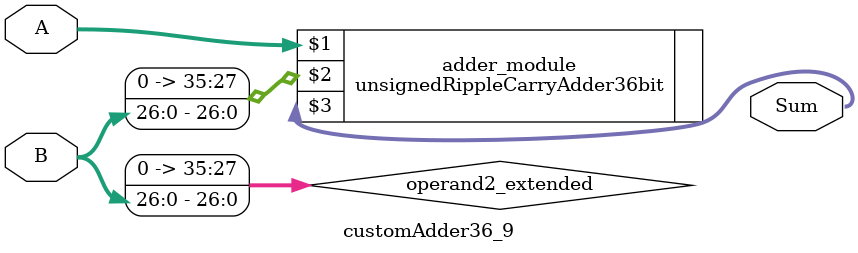
<source format=v>
module customAdder36_9(
                        input [35 : 0] A,
                        input [26 : 0] B,
                        
                        output [36 : 0] Sum
                );

        wire [35 : 0] operand2_extended;
        
        assign operand2_extended =  {9'b0, B};
        
        unsignedRippleCarryAdder36bit adder_module(
            A,
            operand2_extended,
            Sum
        );
        
        endmodule
        
</source>
